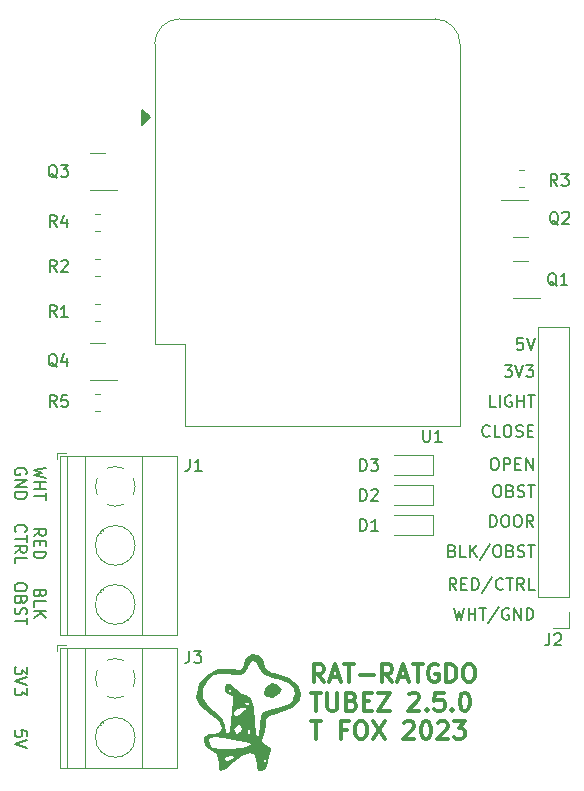
<source format=gto>
%TF.GenerationSoftware,KiCad,Pcbnew,7.0.8*%
%TF.CreationDate,2023-11-06T13:52:09-08:00*%
%TF.ProjectId,RatGDO-OpenSource-D1Mini-ESP8266,52617447-444f-42d4-9f70-656e536f7572,2.5.0*%
%TF.SameCoordinates,Original*%
%TF.FileFunction,Legend,Top*%
%TF.FilePolarity,Positive*%
%FSLAX46Y46*%
G04 Gerber Fmt 4.6, Leading zero omitted, Abs format (unit mm)*
G04 Created by KiCad (PCBNEW 7.0.8) date 2023-11-06 13:52:09*
%MOMM*%
%LPD*%
G01*
G04 APERTURE LIST*
%ADD10C,0.150000*%
%ADD11C,0.300000*%
%ADD12C,0.120000*%
G04 APERTURE END LIST*
D10*
X117208180Y-118427523D02*
X117208180Y-117951333D01*
X117208180Y-117951333D02*
X116731990Y-117903714D01*
X116731990Y-117903714D02*
X116779609Y-117951333D01*
X116779609Y-117951333D02*
X116827228Y-118046571D01*
X116827228Y-118046571D02*
X116827228Y-118284666D01*
X116827228Y-118284666D02*
X116779609Y-118379904D01*
X116779609Y-118379904D02*
X116731990Y-118427523D01*
X116731990Y-118427523D02*
X116636752Y-118475142D01*
X116636752Y-118475142D02*
X116398657Y-118475142D01*
X116398657Y-118475142D02*
X116303419Y-118427523D01*
X116303419Y-118427523D02*
X116255800Y-118379904D01*
X116255800Y-118379904D02*
X116208180Y-118284666D01*
X116208180Y-118284666D02*
X116208180Y-118046571D01*
X116208180Y-118046571D02*
X116255800Y-117951333D01*
X116255800Y-117951333D02*
X116303419Y-117903714D01*
X117208180Y-118760857D02*
X116208180Y-119094190D01*
X116208180Y-119094190D02*
X117208180Y-119427523D01*
X117208180Y-112553905D02*
X117208180Y-113172952D01*
X117208180Y-113172952D02*
X116827228Y-112839619D01*
X116827228Y-112839619D02*
X116827228Y-112982476D01*
X116827228Y-112982476D02*
X116779609Y-113077714D01*
X116779609Y-113077714D02*
X116731990Y-113125333D01*
X116731990Y-113125333D02*
X116636752Y-113172952D01*
X116636752Y-113172952D02*
X116398657Y-113172952D01*
X116398657Y-113172952D02*
X116303419Y-113125333D01*
X116303419Y-113125333D02*
X116255800Y-113077714D01*
X116255800Y-113077714D02*
X116208180Y-112982476D01*
X116208180Y-112982476D02*
X116208180Y-112696762D01*
X116208180Y-112696762D02*
X116255800Y-112601524D01*
X116255800Y-112601524D02*
X116303419Y-112553905D01*
X117208180Y-113458667D02*
X116208180Y-113792000D01*
X116208180Y-113792000D02*
X117208180Y-114125333D01*
X117208180Y-114363429D02*
X117208180Y-114982476D01*
X117208180Y-114982476D02*
X116827228Y-114649143D01*
X116827228Y-114649143D02*
X116827228Y-114792000D01*
X116827228Y-114792000D02*
X116779609Y-114887238D01*
X116779609Y-114887238D02*
X116731990Y-114934857D01*
X116731990Y-114934857D02*
X116636752Y-114982476D01*
X116636752Y-114982476D02*
X116398657Y-114982476D01*
X116398657Y-114982476D02*
X116303419Y-114934857D01*
X116303419Y-114934857D02*
X116255800Y-114887238D01*
X116255800Y-114887238D02*
X116208180Y-114792000D01*
X116208180Y-114792000D02*
X116208180Y-114506286D01*
X116208180Y-114506286D02*
X116255800Y-114411048D01*
X116255800Y-114411048D02*
X116303419Y-114363429D01*
X117818180Y-101465142D02*
X118294371Y-101131809D01*
X117818180Y-100893714D02*
X118818180Y-100893714D01*
X118818180Y-100893714D02*
X118818180Y-101274666D01*
X118818180Y-101274666D02*
X118770561Y-101369904D01*
X118770561Y-101369904D02*
X118722942Y-101417523D01*
X118722942Y-101417523D02*
X118627704Y-101465142D01*
X118627704Y-101465142D02*
X118484847Y-101465142D01*
X118484847Y-101465142D02*
X118389609Y-101417523D01*
X118389609Y-101417523D02*
X118341990Y-101369904D01*
X118341990Y-101369904D02*
X118294371Y-101274666D01*
X118294371Y-101274666D02*
X118294371Y-100893714D01*
X118341990Y-101893714D02*
X118341990Y-102227047D01*
X117818180Y-102369904D02*
X117818180Y-101893714D01*
X117818180Y-101893714D02*
X118818180Y-101893714D01*
X118818180Y-101893714D02*
X118818180Y-102369904D01*
X117818180Y-102798476D02*
X118818180Y-102798476D01*
X118818180Y-102798476D02*
X118818180Y-103036571D01*
X118818180Y-103036571D02*
X118770561Y-103179428D01*
X118770561Y-103179428D02*
X118675323Y-103274666D01*
X118675323Y-103274666D02*
X118580085Y-103322285D01*
X118580085Y-103322285D02*
X118389609Y-103369904D01*
X118389609Y-103369904D02*
X118246752Y-103369904D01*
X118246752Y-103369904D02*
X118056276Y-103322285D01*
X118056276Y-103322285D02*
X117961038Y-103274666D01*
X117961038Y-103274666D02*
X117865800Y-103179428D01*
X117865800Y-103179428D02*
X117818180Y-103036571D01*
X117818180Y-103036571D02*
X117818180Y-102798476D01*
X116303419Y-101131809D02*
X116255800Y-101084190D01*
X116255800Y-101084190D02*
X116208180Y-100941333D01*
X116208180Y-100941333D02*
X116208180Y-100846095D01*
X116208180Y-100846095D02*
X116255800Y-100703238D01*
X116255800Y-100703238D02*
X116351038Y-100608000D01*
X116351038Y-100608000D02*
X116446276Y-100560381D01*
X116446276Y-100560381D02*
X116636752Y-100512762D01*
X116636752Y-100512762D02*
X116779609Y-100512762D01*
X116779609Y-100512762D02*
X116970085Y-100560381D01*
X116970085Y-100560381D02*
X117065323Y-100608000D01*
X117065323Y-100608000D02*
X117160561Y-100703238D01*
X117160561Y-100703238D02*
X117208180Y-100846095D01*
X117208180Y-100846095D02*
X117208180Y-100941333D01*
X117208180Y-100941333D02*
X117160561Y-101084190D01*
X117160561Y-101084190D02*
X117112942Y-101131809D01*
X117208180Y-101417524D02*
X117208180Y-101988952D01*
X116208180Y-101703238D02*
X117208180Y-101703238D01*
X116208180Y-102893714D02*
X116684371Y-102560381D01*
X116208180Y-102322286D02*
X117208180Y-102322286D01*
X117208180Y-102322286D02*
X117208180Y-102703238D01*
X117208180Y-102703238D02*
X117160561Y-102798476D01*
X117160561Y-102798476D02*
X117112942Y-102846095D01*
X117112942Y-102846095D02*
X117017704Y-102893714D01*
X117017704Y-102893714D02*
X116874847Y-102893714D01*
X116874847Y-102893714D02*
X116779609Y-102846095D01*
X116779609Y-102846095D02*
X116731990Y-102798476D01*
X116731990Y-102798476D02*
X116684371Y-102703238D01*
X116684371Y-102703238D02*
X116684371Y-102322286D01*
X116208180Y-103798476D02*
X116208180Y-103322286D01*
X116208180Y-103322286D02*
X117208180Y-103322286D01*
X153594016Y-106041819D02*
X153260683Y-105565628D01*
X153022588Y-106041819D02*
X153022588Y-105041819D01*
X153022588Y-105041819D02*
X153403540Y-105041819D01*
X153403540Y-105041819D02*
X153498778Y-105089438D01*
X153498778Y-105089438D02*
X153546397Y-105137057D01*
X153546397Y-105137057D02*
X153594016Y-105232295D01*
X153594016Y-105232295D02*
X153594016Y-105375152D01*
X153594016Y-105375152D02*
X153546397Y-105470390D01*
X153546397Y-105470390D02*
X153498778Y-105518009D01*
X153498778Y-105518009D02*
X153403540Y-105565628D01*
X153403540Y-105565628D02*
X153022588Y-105565628D01*
X154022588Y-105518009D02*
X154355921Y-105518009D01*
X154498778Y-106041819D02*
X154022588Y-106041819D01*
X154022588Y-106041819D02*
X154022588Y-105041819D01*
X154022588Y-105041819D02*
X154498778Y-105041819D01*
X154927350Y-106041819D02*
X154927350Y-105041819D01*
X154927350Y-105041819D02*
X155165445Y-105041819D01*
X155165445Y-105041819D02*
X155308302Y-105089438D01*
X155308302Y-105089438D02*
X155403540Y-105184676D01*
X155403540Y-105184676D02*
X155451159Y-105279914D01*
X155451159Y-105279914D02*
X155498778Y-105470390D01*
X155498778Y-105470390D02*
X155498778Y-105613247D01*
X155498778Y-105613247D02*
X155451159Y-105803723D01*
X155451159Y-105803723D02*
X155403540Y-105898961D01*
X155403540Y-105898961D02*
X155308302Y-105994200D01*
X155308302Y-105994200D02*
X155165445Y-106041819D01*
X155165445Y-106041819D02*
X154927350Y-106041819D01*
X156641635Y-104994200D02*
X155784493Y-106279914D01*
X157546397Y-105946580D02*
X157498778Y-105994200D01*
X157498778Y-105994200D02*
X157355921Y-106041819D01*
X157355921Y-106041819D02*
X157260683Y-106041819D01*
X157260683Y-106041819D02*
X157117826Y-105994200D01*
X157117826Y-105994200D02*
X157022588Y-105898961D01*
X157022588Y-105898961D02*
X156974969Y-105803723D01*
X156974969Y-105803723D02*
X156927350Y-105613247D01*
X156927350Y-105613247D02*
X156927350Y-105470390D01*
X156927350Y-105470390D02*
X156974969Y-105279914D01*
X156974969Y-105279914D02*
X157022588Y-105184676D01*
X157022588Y-105184676D02*
X157117826Y-105089438D01*
X157117826Y-105089438D02*
X157260683Y-105041819D01*
X157260683Y-105041819D02*
X157355921Y-105041819D01*
X157355921Y-105041819D02*
X157498778Y-105089438D01*
X157498778Y-105089438D02*
X157546397Y-105137057D01*
X157832112Y-105041819D02*
X158403540Y-105041819D01*
X158117826Y-106041819D02*
X158117826Y-105041819D01*
X159308302Y-106041819D02*
X158974969Y-105565628D01*
X158736874Y-106041819D02*
X158736874Y-105041819D01*
X158736874Y-105041819D02*
X159117826Y-105041819D01*
X159117826Y-105041819D02*
X159213064Y-105089438D01*
X159213064Y-105089438D02*
X159260683Y-105137057D01*
X159260683Y-105137057D02*
X159308302Y-105232295D01*
X159308302Y-105232295D02*
X159308302Y-105375152D01*
X159308302Y-105375152D02*
X159260683Y-105470390D01*
X159260683Y-105470390D02*
X159213064Y-105518009D01*
X159213064Y-105518009D02*
X159117826Y-105565628D01*
X159117826Y-105565628D02*
X158736874Y-105565628D01*
X160213064Y-106041819D02*
X159736874Y-106041819D01*
X159736874Y-106041819D02*
X159736874Y-105041819D01*
D11*
X142381653Y-113842828D02*
X141881653Y-113128542D01*
X141524510Y-113842828D02*
X141524510Y-112342828D01*
X141524510Y-112342828D02*
X142095939Y-112342828D01*
X142095939Y-112342828D02*
X142238796Y-112414257D01*
X142238796Y-112414257D02*
X142310225Y-112485685D01*
X142310225Y-112485685D02*
X142381653Y-112628542D01*
X142381653Y-112628542D02*
X142381653Y-112842828D01*
X142381653Y-112842828D02*
X142310225Y-112985685D01*
X142310225Y-112985685D02*
X142238796Y-113057114D01*
X142238796Y-113057114D02*
X142095939Y-113128542D01*
X142095939Y-113128542D02*
X141524510Y-113128542D01*
X142953082Y-113414257D02*
X143667368Y-113414257D01*
X142810225Y-113842828D02*
X143310225Y-112342828D01*
X143310225Y-112342828D02*
X143810225Y-113842828D01*
X144095939Y-112342828D02*
X144953082Y-112342828D01*
X144524510Y-113842828D02*
X144524510Y-112342828D01*
X145453081Y-113271400D02*
X146595939Y-113271400D01*
X148167367Y-113842828D02*
X147667367Y-113128542D01*
X147310224Y-113842828D02*
X147310224Y-112342828D01*
X147310224Y-112342828D02*
X147881653Y-112342828D01*
X147881653Y-112342828D02*
X148024510Y-112414257D01*
X148024510Y-112414257D02*
X148095939Y-112485685D01*
X148095939Y-112485685D02*
X148167367Y-112628542D01*
X148167367Y-112628542D02*
X148167367Y-112842828D01*
X148167367Y-112842828D02*
X148095939Y-112985685D01*
X148095939Y-112985685D02*
X148024510Y-113057114D01*
X148024510Y-113057114D02*
X147881653Y-113128542D01*
X147881653Y-113128542D02*
X147310224Y-113128542D01*
X148738796Y-113414257D02*
X149453082Y-113414257D01*
X148595939Y-113842828D02*
X149095939Y-112342828D01*
X149095939Y-112342828D02*
X149595939Y-113842828D01*
X149881653Y-112342828D02*
X150738796Y-112342828D01*
X150310224Y-113842828D02*
X150310224Y-112342828D01*
X152024510Y-112414257D02*
X151881653Y-112342828D01*
X151881653Y-112342828D02*
X151667367Y-112342828D01*
X151667367Y-112342828D02*
X151453081Y-112414257D01*
X151453081Y-112414257D02*
X151310224Y-112557114D01*
X151310224Y-112557114D02*
X151238795Y-112699971D01*
X151238795Y-112699971D02*
X151167367Y-112985685D01*
X151167367Y-112985685D02*
X151167367Y-113199971D01*
X151167367Y-113199971D02*
X151238795Y-113485685D01*
X151238795Y-113485685D02*
X151310224Y-113628542D01*
X151310224Y-113628542D02*
X151453081Y-113771400D01*
X151453081Y-113771400D02*
X151667367Y-113842828D01*
X151667367Y-113842828D02*
X151810224Y-113842828D01*
X151810224Y-113842828D02*
X152024510Y-113771400D01*
X152024510Y-113771400D02*
X152095938Y-113699971D01*
X152095938Y-113699971D02*
X152095938Y-113199971D01*
X152095938Y-113199971D02*
X151810224Y-113199971D01*
X152738795Y-113842828D02*
X152738795Y-112342828D01*
X152738795Y-112342828D02*
X153095938Y-112342828D01*
X153095938Y-112342828D02*
X153310224Y-112414257D01*
X153310224Y-112414257D02*
X153453081Y-112557114D01*
X153453081Y-112557114D02*
X153524510Y-112699971D01*
X153524510Y-112699971D02*
X153595938Y-112985685D01*
X153595938Y-112985685D02*
X153595938Y-113199971D01*
X153595938Y-113199971D02*
X153524510Y-113485685D01*
X153524510Y-113485685D02*
X153453081Y-113628542D01*
X153453081Y-113628542D02*
X153310224Y-113771400D01*
X153310224Y-113771400D02*
X153095938Y-113842828D01*
X153095938Y-113842828D02*
X152738795Y-113842828D01*
X154524510Y-112342828D02*
X154810224Y-112342828D01*
X154810224Y-112342828D02*
X154953081Y-112414257D01*
X154953081Y-112414257D02*
X155095938Y-112557114D01*
X155095938Y-112557114D02*
X155167367Y-112842828D01*
X155167367Y-112842828D02*
X155167367Y-113342828D01*
X155167367Y-113342828D02*
X155095938Y-113628542D01*
X155095938Y-113628542D02*
X154953081Y-113771400D01*
X154953081Y-113771400D02*
X154810224Y-113842828D01*
X154810224Y-113842828D02*
X154524510Y-113842828D01*
X154524510Y-113842828D02*
X154381653Y-113771400D01*
X154381653Y-113771400D02*
X154238795Y-113628542D01*
X154238795Y-113628542D02*
X154167367Y-113342828D01*
X154167367Y-113342828D02*
X154167367Y-112842828D01*
X154167367Y-112842828D02*
X154238795Y-112557114D01*
X154238795Y-112557114D02*
X154381653Y-112414257D01*
X154381653Y-112414257D02*
X154524510Y-112342828D01*
X141310225Y-114757828D02*
X142167368Y-114757828D01*
X141738796Y-116257828D02*
X141738796Y-114757828D01*
X142667367Y-114757828D02*
X142667367Y-115972114D01*
X142667367Y-115972114D02*
X142738796Y-116114971D01*
X142738796Y-116114971D02*
X142810225Y-116186400D01*
X142810225Y-116186400D02*
X142953082Y-116257828D01*
X142953082Y-116257828D02*
X143238796Y-116257828D01*
X143238796Y-116257828D02*
X143381653Y-116186400D01*
X143381653Y-116186400D02*
X143453082Y-116114971D01*
X143453082Y-116114971D02*
X143524510Y-115972114D01*
X143524510Y-115972114D02*
X143524510Y-114757828D01*
X144738796Y-115472114D02*
X144953082Y-115543542D01*
X144953082Y-115543542D02*
X145024511Y-115614971D01*
X145024511Y-115614971D02*
X145095939Y-115757828D01*
X145095939Y-115757828D02*
X145095939Y-115972114D01*
X145095939Y-115972114D02*
X145024511Y-116114971D01*
X145024511Y-116114971D02*
X144953082Y-116186400D01*
X144953082Y-116186400D02*
X144810225Y-116257828D01*
X144810225Y-116257828D02*
X144238796Y-116257828D01*
X144238796Y-116257828D02*
X144238796Y-114757828D01*
X144238796Y-114757828D02*
X144738796Y-114757828D01*
X144738796Y-114757828D02*
X144881654Y-114829257D01*
X144881654Y-114829257D02*
X144953082Y-114900685D01*
X144953082Y-114900685D02*
X145024511Y-115043542D01*
X145024511Y-115043542D02*
X145024511Y-115186400D01*
X145024511Y-115186400D02*
X144953082Y-115329257D01*
X144953082Y-115329257D02*
X144881654Y-115400685D01*
X144881654Y-115400685D02*
X144738796Y-115472114D01*
X144738796Y-115472114D02*
X144238796Y-115472114D01*
X145738796Y-115472114D02*
X146238796Y-115472114D01*
X146453082Y-116257828D02*
X145738796Y-116257828D01*
X145738796Y-116257828D02*
X145738796Y-114757828D01*
X145738796Y-114757828D02*
X146453082Y-114757828D01*
X146953082Y-114757828D02*
X147953082Y-114757828D01*
X147953082Y-114757828D02*
X146953082Y-116257828D01*
X146953082Y-116257828D02*
X147953082Y-116257828D01*
X149595939Y-114900685D02*
X149667367Y-114829257D01*
X149667367Y-114829257D02*
X149810225Y-114757828D01*
X149810225Y-114757828D02*
X150167367Y-114757828D01*
X150167367Y-114757828D02*
X150310225Y-114829257D01*
X150310225Y-114829257D02*
X150381653Y-114900685D01*
X150381653Y-114900685D02*
X150453082Y-115043542D01*
X150453082Y-115043542D02*
X150453082Y-115186400D01*
X150453082Y-115186400D02*
X150381653Y-115400685D01*
X150381653Y-115400685D02*
X149524510Y-116257828D01*
X149524510Y-116257828D02*
X150453082Y-116257828D01*
X151095938Y-116114971D02*
X151167367Y-116186400D01*
X151167367Y-116186400D02*
X151095938Y-116257828D01*
X151095938Y-116257828D02*
X151024510Y-116186400D01*
X151024510Y-116186400D02*
X151095938Y-116114971D01*
X151095938Y-116114971D02*
X151095938Y-116257828D01*
X152524510Y-114757828D02*
X151810224Y-114757828D01*
X151810224Y-114757828D02*
X151738796Y-115472114D01*
X151738796Y-115472114D02*
X151810224Y-115400685D01*
X151810224Y-115400685D02*
X151953082Y-115329257D01*
X151953082Y-115329257D02*
X152310224Y-115329257D01*
X152310224Y-115329257D02*
X152453082Y-115400685D01*
X152453082Y-115400685D02*
X152524510Y-115472114D01*
X152524510Y-115472114D02*
X152595939Y-115614971D01*
X152595939Y-115614971D02*
X152595939Y-115972114D01*
X152595939Y-115972114D02*
X152524510Y-116114971D01*
X152524510Y-116114971D02*
X152453082Y-116186400D01*
X152453082Y-116186400D02*
X152310224Y-116257828D01*
X152310224Y-116257828D02*
X151953082Y-116257828D01*
X151953082Y-116257828D02*
X151810224Y-116186400D01*
X151810224Y-116186400D02*
X151738796Y-116114971D01*
X153238795Y-116114971D02*
X153310224Y-116186400D01*
X153310224Y-116186400D02*
X153238795Y-116257828D01*
X153238795Y-116257828D02*
X153167367Y-116186400D01*
X153167367Y-116186400D02*
X153238795Y-116114971D01*
X153238795Y-116114971D02*
X153238795Y-116257828D01*
X154238796Y-114757828D02*
X154381653Y-114757828D01*
X154381653Y-114757828D02*
X154524510Y-114829257D01*
X154524510Y-114829257D02*
X154595939Y-114900685D01*
X154595939Y-114900685D02*
X154667367Y-115043542D01*
X154667367Y-115043542D02*
X154738796Y-115329257D01*
X154738796Y-115329257D02*
X154738796Y-115686400D01*
X154738796Y-115686400D02*
X154667367Y-115972114D01*
X154667367Y-115972114D02*
X154595939Y-116114971D01*
X154595939Y-116114971D02*
X154524510Y-116186400D01*
X154524510Y-116186400D02*
X154381653Y-116257828D01*
X154381653Y-116257828D02*
X154238796Y-116257828D01*
X154238796Y-116257828D02*
X154095939Y-116186400D01*
X154095939Y-116186400D02*
X154024510Y-116114971D01*
X154024510Y-116114971D02*
X153953081Y-115972114D01*
X153953081Y-115972114D02*
X153881653Y-115686400D01*
X153881653Y-115686400D02*
X153881653Y-115329257D01*
X153881653Y-115329257D02*
X153953081Y-115043542D01*
X153953081Y-115043542D02*
X154024510Y-114900685D01*
X154024510Y-114900685D02*
X154095939Y-114829257D01*
X154095939Y-114829257D02*
X154238796Y-114757828D01*
X141310225Y-117172828D02*
X142167368Y-117172828D01*
X141738796Y-118672828D02*
X141738796Y-117172828D01*
X144310224Y-117887114D02*
X143810224Y-117887114D01*
X143810224Y-118672828D02*
X143810224Y-117172828D01*
X143810224Y-117172828D02*
X144524510Y-117172828D01*
X145381653Y-117172828D02*
X145667367Y-117172828D01*
X145667367Y-117172828D02*
X145810224Y-117244257D01*
X145810224Y-117244257D02*
X145953081Y-117387114D01*
X145953081Y-117387114D02*
X146024510Y-117672828D01*
X146024510Y-117672828D02*
X146024510Y-118172828D01*
X146024510Y-118172828D02*
X145953081Y-118458542D01*
X145953081Y-118458542D02*
X145810224Y-118601400D01*
X145810224Y-118601400D02*
X145667367Y-118672828D01*
X145667367Y-118672828D02*
X145381653Y-118672828D01*
X145381653Y-118672828D02*
X145238796Y-118601400D01*
X145238796Y-118601400D02*
X145095938Y-118458542D01*
X145095938Y-118458542D02*
X145024510Y-118172828D01*
X145024510Y-118172828D02*
X145024510Y-117672828D01*
X145024510Y-117672828D02*
X145095938Y-117387114D01*
X145095938Y-117387114D02*
X145238796Y-117244257D01*
X145238796Y-117244257D02*
X145381653Y-117172828D01*
X146524510Y-117172828D02*
X147524510Y-118672828D01*
X147524510Y-117172828D02*
X146524510Y-118672828D01*
X149167367Y-117315685D02*
X149238795Y-117244257D01*
X149238795Y-117244257D02*
X149381653Y-117172828D01*
X149381653Y-117172828D02*
X149738795Y-117172828D01*
X149738795Y-117172828D02*
X149881653Y-117244257D01*
X149881653Y-117244257D02*
X149953081Y-117315685D01*
X149953081Y-117315685D02*
X150024510Y-117458542D01*
X150024510Y-117458542D02*
X150024510Y-117601400D01*
X150024510Y-117601400D02*
X149953081Y-117815685D01*
X149953081Y-117815685D02*
X149095938Y-118672828D01*
X149095938Y-118672828D02*
X150024510Y-118672828D01*
X150953081Y-117172828D02*
X151095938Y-117172828D01*
X151095938Y-117172828D02*
X151238795Y-117244257D01*
X151238795Y-117244257D02*
X151310224Y-117315685D01*
X151310224Y-117315685D02*
X151381652Y-117458542D01*
X151381652Y-117458542D02*
X151453081Y-117744257D01*
X151453081Y-117744257D02*
X151453081Y-118101400D01*
X151453081Y-118101400D02*
X151381652Y-118387114D01*
X151381652Y-118387114D02*
X151310224Y-118529971D01*
X151310224Y-118529971D02*
X151238795Y-118601400D01*
X151238795Y-118601400D02*
X151095938Y-118672828D01*
X151095938Y-118672828D02*
X150953081Y-118672828D01*
X150953081Y-118672828D02*
X150810224Y-118601400D01*
X150810224Y-118601400D02*
X150738795Y-118529971D01*
X150738795Y-118529971D02*
X150667366Y-118387114D01*
X150667366Y-118387114D02*
X150595938Y-118101400D01*
X150595938Y-118101400D02*
X150595938Y-117744257D01*
X150595938Y-117744257D02*
X150667366Y-117458542D01*
X150667366Y-117458542D02*
X150738795Y-117315685D01*
X150738795Y-117315685D02*
X150810224Y-117244257D01*
X150810224Y-117244257D02*
X150953081Y-117172828D01*
X152024509Y-117315685D02*
X152095937Y-117244257D01*
X152095937Y-117244257D02*
X152238795Y-117172828D01*
X152238795Y-117172828D02*
X152595937Y-117172828D01*
X152595937Y-117172828D02*
X152738795Y-117244257D01*
X152738795Y-117244257D02*
X152810223Y-117315685D01*
X152810223Y-117315685D02*
X152881652Y-117458542D01*
X152881652Y-117458542D02*
X152881652Y-117601400D01*
X152881652Y-117601400D02*
X152810223Y-117815685D01*
X152810223Y-117815685D02*
X151953080Y-118672828D01*
X151953080Y-118672828D02*
X152881652Y-118672828D01*
X153381651Y-117172828D02*
X154310223Y-117172828D01*
X154310223Y-117172828D02*
X153810223Y-117744257D01*
X153810223Y-117744257D02*
X154024508Y-117744257D01*
X154024508Y-117744257D02*
X154167366Y-117815685D01*
X154167366Y-117815685D02*
X154238794Y-117887114D01*
X154238794Y-117887114D02*
X154310223Y-118029971D01*
X154310223Y-118029971D02*
X154310223Y-118387114D01*
X154310223Y-118387114D02*
X154238794Y-118529971D01*
X154238794Y-118529971D02*
X154167366Y-118601400D01*
X154167366Y-118601400D02*
X154024508Y-118672828D01*
X154024508Y-118672828D02*
X153595937Y-118672828D01*
X153595937Y-118672828D02*
X153453080Y-118601400D01*
X153453080Y-118601400D02*
X153381651Y-118529971D01*
D10*
X159213064Y-84721819D02*
X158736874Y-84721819D01*
X158736874Y-84721819D02*
X158689255Y-85198009D01*
X158689255Y-85198009D02*
X158736874Y-85150390D01*
X158736874Y-85150390D02*
X158832112Y-85102771D01*
X158832112Y-85102771D02*
X159070207Y-85102771D01*
X159070207Y-85102771D02*
X159165445Y-85150390D01*
X159165445Y-85150390D02*
X159213064Y-85198009D01*
X159213064Y-85198009D02*
X159260683Y-85293247D01*
X159260683Y-85293247D02*
X159260683Y-85531342D01*
X159260683Y-85531342D02*
X159213064Y-85626580D01*
X159213064Y-85626580D02*
X159165445Y-85674200D01*
X159165445Y-85674200D02*
X159070207Y-85721819D01*
X159070207Y-85721819D02*
X158832112Y-85721819D01*
X158832112Y-85721819D02*
X158736874Y-85674200D01*
X158736874Y-85674200D02*
X158689255Y-85626580D01*
X159546398Y-84721819D02*
X159879731Y-85721819D01*
X159879731Y-85721819D02*
X160213064Y-84721819D01*
X118818180Y-95694667D02*
X117818180Y-95932762D01*
X117818180Y-95932762D02*
X118532466Y-96123238D01*
X118532466Y-96123238D02*
X117818180Y-96313714D01*
X117818180Y-96313714D02*
X118818180Y-96551810D01*
X117818180Y-96932762D02*
X118818180Y-96932762D01*
X118341990Y-96932762D02*
X118341990Y-97504190D01*
X117818180Y-97504190D02*
X118818180Y-97504190D01*
X118818180Y-97837524D02*
X118818180Y-98408952D01*
X117818180Y-98123238D02*
X118818180Y-98123238D01*
X117160561Y-96266095D02*
X117208180Y-96170857D01*
X117208180Y-96170857D02*
X117208180Y-96028000D01*
X117208180Y-96028000D02*
X117160561Y-95885143D01*
X117160561Y-95885143D02*
X117065323Y-95789905D01*
X117065323Y-95789905D02*
X116970085Y-95742286D01*
X116970085Y-95742286D02*
X116779609Y-95694667D01*
X116779609Y-95694667D02*
X116636752Y-95694667D01*
X116636752Y-95694667D02*
X116446276Y-95742286D01*
X116446276Y-95742286D02*
X116351038Y-95789905D01*
X116351038Y-95789905D02*
X116255800Y-95885143D01*
X116255800Y-95885143D02*
X116208180Y-96028000D01*
X116208180Y-96028000D02*
X116208180Y-96123238D01*
X116208180Y-96123238D02*
X116255800Y-96266095D01*
X116255800Y-96266095D02*
X116303419Y-96313714D01*
X116303419Y-96313714D02*
X116636752Y-96313714D01*
X116636752Y-96313714D02*
X116636752Y-96123238D01*
X116208180Y-96742286D02*
X117208180Y-96742286D01*
X117208180Y-96742286D02*
X116208180Y-97313714D01*
X116208180Y-97313714D02*
X117208180Y-97313714D01*
X116208180Y-97789905D02*
X117208180Y-97789905D01*
X117208180Y-97789905D02*
X117208180Y-98028000D01*
X117208180Y-98028000D02*
X117160561Y-98170857D01*
X117160561Y-98170857D02*
X117065323Y-98266095D01*
X117065323Y-98266095D02*
X116970085Y-98313714D01*
X116970085Y-98313714D02*
X116779609Y-98361333D01*
X116779609Y-98361333D02*
X116636752Y-98361333D01*
X116636752Y-98361333D02*
X116446276Y-98313714D01*
X116446276Y-98313714D02*
X116351038Y-98266095D01*
X116351038Y-98266095D02*
X116255800Y-98170857D01*
X116255800Y-98170857D02*
X116208180Y-98028000D01*
X116208180Y-98028000D02*
X116208180Y-97789905D01*
X156927350Y-90547819D02*
X156451160Y-90547819D01*
X156451160Y-90547819D02*
X156451160Y-89547819D01*
X157260684Y-90547819D02*
X157260684Y-89547819D01*
X158260683Y-89595438D02*
X158165445Y-89547819D01*
X158165445Y-89547819D02*
X158022588Y-89547819D01*
X158022588Y-89547819D02*
X157879731Y-89595438D01*
X157879731Y-89595438D02*
X157784493Y-89690676D01*
X157784493Y-89690676D02*
X157736874Y-89785914D01*
X157736874Y-89785914D02*
X157689255Y-89976390D01*
X157689255Y-89976390D02*
X157689255Y-90119247D01*
X157689255Y-90119247D02*
X157736874Y-90309723D01*
X157736874Y-90309723D02*
X157784493Y-90404961D01*
X157784493Y-90404961D02*
X157879731Y-90500200D01*
X157879731Y-90500200D02*
X158022588Y-90547819D01*
X158022588Y-90547819D02*
X158117826Y-90547819D01*
X158117826Y-90547819D02*
X158260683Y-90500200D01*
X158260683Y-90500200D02*
X158308302Y-90452580D01*
X158308302Y-90452580D02*
X158308302Y-90119247D01*
X158308302Y-90119247D02*
X158117826Y-90119247D01*
X158736874Y-90547819D02*
X158736874Y-89547819D01*
X158736874Y-90024009D02*
X159308302Y-90024009D01*
X159308302Y-90547819D02*
X159308302Y-89547819D01*
X159641636Y-89547819D02*
X160213064Y-89547819D01*
X159927350Y-90547819D02*
X159927350Y-89547819D01*
X156451160Y-100707819D02*
X156451160Y-99707819D01*
X156451160Y-99707819D02*
X156689255Y-99707819D01*
X156689255Y-99707819D02*
X156832112Y-99755438D01*
X156832112Y-99755438D02*
X156927350Y-99850676D01*
X156927350Y-99850676D02*
X156974969Y-99945914D01*
X156974969Y-99945914D02*
X157022588Y-100136390D01*
X157022588Y-100136390D02*
X157022588Y-100279247D01*
X157022588Y-100279247D02*
X156974969Y-100469723D01*
X156974969Y-100469723D02*
X156927350Y-100564961D01*
X156927350Y-100564961D02*
X156832112Y-100660200D01*
X156832112Y-100660200D02*
X156689255Y-100707819D01*
X156689255Y-100707819D02*
X156451160Y-100707819D01*
X157641636Y-99707819D02*
X157832112Y-99707819D01*
X157832112Y-99707819D02*
X157927350Y-99755438D01*
X157927350Y-99755438D02*
X158022588Y-99850676D01*
X158022588Y-99850676D02*
X158070207Y-100041152D01*
X158070207Y-100041152D02*
X158070207Y-100374485D01*
X158070207Y-100374485D02*
X158022588Y-100564961D01*
X158022588Y-100564961D02*
X157927350Y-100660200D01*
X157927350Y-100660200D02*
X157832112Y-100707819D01*
X157832112Y-100707819D02*
X157641636Y-100707819D01*
X157641636Y-100707819D02*
X157546398Y-100660200D01*
X157546398Y-100660200D02*
X157451160Y-100564961D01*
X157451160Y-100564961D02*
X157403541Y-100374485D01*
X157403541Y-100374485D02*
X157403541Y-100041152D01*
X157403541Y-100041152D02*
X157451160Y-99850676D01*
X157451160Y-99850676D02*
X157546398Y-99755438D01*
X157546398Y-99755438D02*
X157641636Y-99707819D01*
X158689255Y-99707819D02*
X158879731Y-99707819D01*
X158879731Y-99707819D02*
X158974969Y-99755438D01*
X158974969Y-99755438D02*
X159070207Y-99850676D01*
X159070207Y-99850676D02*
X159117826Y-100041152D01*
X159117826Y-100041152D02*
X159117826Y-100374485D01*
X159117826Y-100374485D02*
X159070207Y-100564961D01*
X159070207Y-100564961D02*
X158974969Y-100660200D01*
X158974969Y-100660200D02*
X158879731Y-100707819D01*
X158879731Y-100707819D02*
X158689255Y-100707819D01*
X158689255Y-100707819D02*
X158594017Y-100660200D01*
X158594017Y-100660200D02*
X158498779Y-100564961D01*
X158498779Y-100564961D02*
X158451160Y-100374485D01*
X158451160Y-100374485D02*
X158451160Y-100041152D01*
X158451160Y-100041152D02*
X158498779Y-99850676D01*
X158498779Y-99850676D02*
X158594017Y-99755438D01*
X158594017Y-99755438D02*
X158689255Y-99707819D01*
X160117826Y-100707819D02*
X159784493Y-100231628D01*
X159546398Y-100707819D02*
X159546398Y-99707819D01*
X159546398Y-99707819D02*
X159927350Y-99707819D01*
X159927350Y-99707819D02*
X160022588Y-99755438D01*
X160022588Y-99755438D02*
X160070207Y-99803057D01*
X160070207Y-99803057D02*
X160117826Y-99898295D01*
X160117826Y-99898295D02*
X160117826Y-100041152D01*
X160117826Y-100041152D02*
X160070207Y-100136390D01*
X160070207Y-100136390D02*
X160022588Y-100184009D01*
X160022588Y-100184009D02*
X159927350Y-100231628D01*
X159927350Y-100231628D02*
X159546398Y-100231628D01*
X153403541Y-107581819D02*
X153641636Y-108581819D01*
X153641636Y-108581819D02*
X153832112Y-107867533D01*
X153832112Y-107867533D02*
X154022588Y-108581819D01*
X154022588Y-108581819D02*
X154260684Y-107581819D01*
X154641636Y-108581819D02*
X154641636Y-107581819D01*
X154641636Y-108058009D02*
X155213064Y-108058009D01*
X155213064Y-108581819D02*
X155213064Y-107581819D01*
X155546398Y-107581819D02*
X156117826Y-107581819D01*
X155832112Y-108581819D02*
X155832112Y-107581819D01*
X157165445Y-107534200D02*
X156308303Y-108819914D01*
X158022588Y-107629438D02*
X157927350Y-107581819D01*
X157927350Y-107581819D02*
X157784493Y-107581819D01*
X157784493Y-107581819D02*
X157641636Y-107629438D01*
X157641636Y-107629438D02*
X157546398Y-107724676D01*
X157546398Y-107724676D02*
X157498779Y-107819914D01*
X157498779Y-107819914D02*
X157451160Y-108010390D01*
X157451160Y-108010390D02*
X157451160Y-108153247D01*
X157451160Y-108153247D02*
X157498779Y-108343723D01*
X157498779Y-108343723D02*
X157546398Y-108438961D01*
X157546398Y-108438961D02*
X157641636Y-108534200D01*
X157641636Y-108534200D02*
X157784493Y-108581819D01*
X157784493Y-108581819D02*
X157879731Y-108581819D01*
X157879731Y-108581819D02*
X158022588Y-108534200D01*
X158022588Y-108534200D02*
X158070207Y-108486580D01*
X158070207Y-108486580D02*
X158070207Y-108153247D01*
X158070207Y-108153247D02*
X157879731Y-108153247D01*
X158498779Y-108581819D02*
X158498779Y-107581819D01*
X158498779Y-107581819D02*
X159070207Y-108581819D01*
X159070207Y-108581819D02*
X159070207Y-107581819D01*
X159546398Y-108581819D02*
X159546398Y-107581819D01*
X159546398Y-107581819D02*
X159784493Y-107581819D01*
X159784493Y-107581819D02*
X159927350Y-107629438D01*
X159927350Y-107629438D02*
X160022588Y-107724676D01*
X160022588Y-107724676D02*
X160070207Y-107819914D01*
X160070207Y-107819914D02*
X160117826Y-108010390D01*
X160117826Y-108010390D02*
X160117826Y-108153247D01*
X160117826Y-108153247D02*
X160070207Y-108343723D01*
X160070207Y-108343723D02*
X160022588Y-108438961D01*
X160022588Y-108438961D02*
X159927350Y-108534200D01*
X159927350Y-108534200D02*
X159784493Y-108581819D01*
X159784493Y-108581819D02*
X159546398Y-108581819D01*
X157689255Y-87007819D02*
X158308302Y-87007819D01*
X158308302Y-87007819D02*
X157974969Y-87388771D01*
X157974969Y-87388771D02*
X158117826Y-87388771D01*
X158117826Y-87388771D02*
X158213064Y-87436390D01*
X158213064Y-87436390D02*
X158260683Y-87484009D01*
X158260683Y-87484009D02*
X158308302Y-87579247D01*
X158308302Y-87579247D02*
X158308302Y-87817342D01*
X158308302Y-87817342D02*
X158260683Y-87912580D01*
X158260683Y-87912580D02*
X158213064Y-87960200D01*
X158213064Y-87960200D02*
X158117826Y-88007819D01*
X158117826Y-88007819D02*
X157832112Y-88007819D01*
X157832112Y-88007819D02*
X157736874Y-87960200D01*
X157736874Y-87960200D02*
X157689255Y-87912580D01*
X158594017Y-87007819D02*
X158927350Y-88007819D01*
X158927350Y-88007819D02*
X159260683Y-87007819D01*
X159498779Y-87007819D02*
X160117826Y-87007819D01*
X160117826Y-87007819D02*
X159784493Y-87388771D01*
X159784493Y-87388771D02*
X159927350Y-87388771D01*
X159927350Y-87388771D02*
X160022588Y-87436390D01*
X160022588Y-87436390D02*
X160070207Y-87484009D01*
X160070207Y-87484009D02*
X160117826Y-87579247D01*
X160117826Y-87579247D02*
X160117826Y-87817342D01*
X160117826Y-87817342D02*
X160070207Y-87912580D01*
X160070207Y-87912580D02*
X160022588Y-87960200D01*
X160022588Y-87960200D02*
X159927350Y-88007819D01*
X159927350Y-88007819D02*
X159641636Y-88007819D01*
X159641636Y-88007819D02*
X159546398Y-87960200D01*
X159546398Y-87960200D02*
X159498779Y-87912580D01*
X156736874Y-94881819D02*
X156927350Y-94881819D01*
X156927350Y-94881819D02*
X157022588Y-94929438D01*
X157022588Y-94929438D02*
X157117826Y-95024676D01*
X157117826Y-95024676D02*
X157165445Y-95215152D01*
X157165445Y-95215152D02*
X157165445Y-95548485D01*
X157165445Y-95548485D02*
X157117826Y-95738961D01*
X157117826Y-95738961D02*
X157022588Y-95834200D01*
X157022588Y-95834200D02*
X156927350Y-95881819D01*
X156927350Y-95881819D02*
X156736874Y-95881819D01*
X156736874Y-95881819D02*
X156641636Y-95834200D01*
X156641636Y-95834200D02*
X156546398Y-95738961D01*
X156546398Y-95738961D02*
X156498779Y-95548485D01*
X156498779Y-95548485D02*
X156498779Y-95215152D01*
X156498779Y-95215152D02*
X156546398Y-95024676D01*
X156546398Y-95024676D02*
X156641636Y-94929438D01*
X156641636Y-94929438D02*
X156736874Y-94881819D01*
X157594017Y-95881819D02*
X157594017Y-94881819D01*
X157594017Y-94881819D02*
X157974969Y-94881819D01*
X157974969Y-94881819D02*
X158070207Y-94929438D01*
X158070207Y-94929438D02*
X158117826Y-94977057D01*
X158117826Y-94977057D02*
X158165445Y-95072295D01*
X158165445Y-95072295D02*
X158165445Y-95215152D01*
X158165445Y-95215152D02*
X158117826Y-95310390D01*
X158117826Y-95310390D02*
X158070207Y-95358009D01*
X158070207Y-95358009D02*
X157974969Y-95405628D01*
X157974969Y-95405628D02*
X157594017Y-95405628D01*
X158594017Y-95358009D02*
X158927350Y-95358009D01*
X159070207Y-95881819D02*
X158594017Y-95881819D01*
X158594017Y-95881819D02*
X158594017Y-94881819D01*
X158594017Y-94881819D02*
X159070207Y-94881819D01*
X159498779Y-95881819D02*
X159498779Y-94881819D01*
X159498779Y-94881819D02*
X160070207Y-95881819D01*
X160070207Y-95881819D02*
X160070207Y-94881819D01*
X153260683Y-102724009D02*
X153403540Y-102771628D01*
X153403540Y-102771628D02*
X153451159Y-102819247D01*
X153451159Y-102819247D02*
X153498778Y-102914485D01*
X153498778Y-102914485D02*
X153498778Y-103057342D01*
X153498778Y-103057342D02*
X153451159Y-103152580D01*
X153451159Y-103152580D02*
X153403540Y-103200200D01*
X153403540Y-103200200D02*
X153308302Y-103247819D01*
X153308302Y-103247819D02*
X152927350Y-103247819D01*
X152927350Y-103247819D02*
X152927350Y-102247819D01*
X152927350Y-102247819D02*
X153260683Y-102247819D01*
X153260683Y-102247819D02*
X153355921Y-102295438D01*
X153355921Y-102295438D02*
X153403540Y-102343057D01*
X153403540Y-102343057D02*
X153451159Y-102438295D01*
X153451159Y-102438295D02*
X153451159Y-102533533D01*
X153451159Y-102533533D02*
X153403540Y-102628771D01*
X153403540Y-102628771D02*
X153355921Y-102676390D01*
X153355921Y-102676390D02*
X153260683Y-102724009D01*
X153260683Y-102724009D02*
X152927350Y-102724009D01*
X154403540Y-103247819D02*
X153927350Y-103247819D01*
X153927350Y-103247819D02*
X153927350Y-102247819D01*
X154736874Y-103247819D02*
X154736874Y-102247819D01*
X155308302Y-103247819D02*
X154879731Y-102676390D01*
X155308302Y-102247819D02*
X154736874Y-102819247D01*
X156451159Y-102200200D02*
X155594017Y-103485914D01*
X156974969Y-102247819D02*
X157165445Y-102247819D01*
X157165445Y-102247819D02*
X157260683Y-102295438D01*
X157260683Y-102295438D02*
X157355921Y-102390676D01*
X157355921Y-102390676D02*
X157403540Y-102581152D01*
X157403540Y-102581152D02*
X157403540Y-102914485D01*
X157403540Y-102914485D02*
X157355921Y-103104961D01*
X157355921Y-103104961D02*
X157260683Y-103200200D01*
X157260683Y-103200200D02*
X157165445Y-103247819D01*
X157165445Y-103247819D02*
X156974969Y-103247819D01*
X156974969Y-103247819D02*
X156879731Y-103200200D01*
X156879731Y-103200200D02*
X156784493Y-103104961D01*
X156784493Y-103104961D02*
X156736874Y-102914485D01*
X156736874Y-102914485D02*
X156736874Y-102581152D01*
X156736874Y-102581152D02*
X156784493Y-102390676D01*
X156784493Y-102390676D02*
X156879731Y-102295438D01*
X156879731Y-102295438D02*
X156974969Y-102247819D01*
X158165445Y-102724009D02*
X158308302Y-102771628D01*
X158308302Y-102771628D02*
X158355921Y-102819247D01*
X158355921Y-102819247D02*
X158403540Y-102914485D01*
X158403540Y-102914485D02*
X158403540Y-103057342D01*
X158403540Y-103057342D02*
X158355921Y-103152580D01*
X158355921Y-103152580D02*
X158308302Y-103200200D01*
X158308302Y-103200200D02*
X158213064Y-103247819D01*
X158213064Y-103247819D02*
X157832112Y-103247819D01*
X157832112Y-103247819D02*
X157832112Y-102247819D01*
X157832112Y-102247819D02*
X158165445Y-102247819D01*
X158165445Y-102247819D02*
X158260683Y-102295438D01*
X158260683Y-102295438D02*
X158308302Y-102343057D01*
X158308302Y-102343057D02*
X158355921Y-102438295D01*
X158355921Y-102438295D02*
X158355921Y-102533533D01*
X158355921Y-102533533D02*
X158308302Y-102628771D01*
X158308302Y-102628771D02*
X158260683Y-102676390D01*
X158260683Y-102676390D02*
X158165445Y-102724009D01*
X158165445Y-102724009D02*
X157832112Y-102724009D01*
X158784493Y-103200200D02*
X158927350Y-103247819D01*
X158927350Y-103247819D02*
X159165445Y-103247819D01*
X159165445Y-103247819D02*
X159260683Y-103200200D01*
X159260683Y-103200200D02*
X159308302Y-103152580D01*
X159308302Y-103152580D02*
X159355921Y-103057342D01*
X159355921Y-103057342D02*
X159355921Y-102962104D01*
X159355921Y-102962104D02*
X159308302Y-102866866D01*
X159308302Y-102866866D02*
X159260683Y-102819247D01*
X159260683Y-102819247D02*
X159165445Y-102771628D01*
X159165445Y-102771628D02*
X158974969Y-102724009D01*
X158974969Y-102724009D02*
X158879731Y-102676390D01*
X158879731Y-102676390D02*
X158832112Y-102628771D01*
X158832112Y-102628771D02*
X158784493Y-102533533D01*
X158784493Y-102533533D02*
X158784493Y-102438295D01*
X158784493Y-102438295D02*
X158832112Y-102343057D01*
X158832112Y-102343057D02*
X158879731Y-102295438D01*
X158879731Y-102295438D02*
X158974969Y-102247819D01*
X158974969Y-102247819D02*
X159213064Y-102247819D01*
X159213064Y-102247819D02*
X159355921Y-102295438D01*
X159641636Y-102247819D02*
X160213064Y-102247819D01*
X159927350Y-103247819D02*
X159927350Y-102247819D01*
X118341990Y-106354666D02*
X118294371Y-106497523D01*
X118294371Y-106497523D02*
X118246752Y-106545142D01*
X118246752Y-106545142D02*
X118151514Y-106592761D01*
X118151514Y-106592761D02*
X118008657Y-106592761D01*
X118008657Y-106592761D02*
X117913419Y-106545142D01*
X117913419Y-106545142D02*
X117865800Y-106497523D01*
X117865800Y-106497523D02*
X117818180Y-106402285D01*
X117818180Y-106402285D02*
X117818180Y-106021333D01*
X117818180Y-106021333D02*
X118818180Y-106021333D01*
X118818180Y-106021333D02*
X118818180Y-106354666D01*
X118818180Y-106354666D02*
X118770561Y-106449904D01*
X118770561Y-106449904D02*
X118722942Y-106497523D01*
X118722942Y-106497523D02*
X118627704Y-106545142D01*
X118627704Y-106545142D02*
X118532466Y-106545142D01*
X118532466Y-106545142D02*
X118437228Y-106497523D01*
X118437228Y-106497523D02*
X118389609Y-106449904D01*
X118389609Y-106449904D02*
X118341990Y-106354666D01*
X118341990Y-106354666D02*
X118341990Y-106021333D01*
X117818180Y-107497523D02*
X117818180Y-107021333D01*
X117818180Y-107021333D02*
X118818180Y-107021333D01*
X117818180Y-107830857D02*
X118818180Y-107830857D01*
X117818180Y-108402285D02*
X118389609Y-107973714D01*
X118818180Y-108402285D02*
X118246752Y-107830857D01*
X117208180Y-105735619D02*
X117208180Y-105926095D01*
X117208180Y-105926095D02*
X117160561Y-106021333D01*
X117160561Y-106021333D02*
X117065323Y-106116571D01*
X117065323Y-106116571D02*
X116874847Y-106164190D01*
X116874847Y-106164190D02*
X116541514Y-106164190D01*
X116541514Y-106164190D02*
X116351038Y-106116571D01*
X116351038Y-106116571D02*
X116255800Y-106021333D01*
X116255800Y-106021333D02*
X116208180Y-105926095D01*
X116208180Y-105926095D02*
X116208180Y-105735619D01*
X116208180Y-105735619D02*
X116255800Y-105640381D01*
X116255800Y-105640381D02*
X116351038Y-105545143D01*
X116351038Y-105545143D02*
X116541514Y-105497524D01*
X116541514Y-105497524D02*
X116874847Y-105497524D01*
X116874847Y-105497524D02*
X117065323Y-105545143D01*
X117065323Y-105545143D02*
X117160561Y-105640381D01*
X117160561Y-105640381D02*
X117208180Y-105735619D01*
X116731990Y-106926095D02*
X116684371Y-107068952D01*
X116684371Y-107068952D02*
X116636752Y-107116571D01*
X116636752Y-107116571D02*
X116541514Y-107164190D01*
X116541514Y-107164190D02*
X116398657Y-107164190D01*
X116398657Y-107164190D02*
X116303419Y-107116571D01*
X116303419Y-107116571D02*
X116255800Y-107068952D01*
X116255800Y-107068952D02*
X116208180Y-106973714D01*
X116208180Y-106973714D02*
X116208180Y-106592762D01*
X116208180Y-106592762D02*
X117208180Y-106592762D01*
X117208180Y-106592762D02*
X117208180Y-106926095D01*
X117208180Y-106926095D02*
X117160561Y-107021333D01*
X117160561Y-107021333D02*
X117112942Y-107068952D01*
X117112942Y-107068952D02*
X117017704Y-107116571D01*
X117017704Y-107116571D02*
X116922466Y-107116571D01*
X116922466Y-107116571D02*
X116827228Y-107068952D01*
X116827228Y-107068952D02*
X116779609Y-107021333D01*
X116779609Y-107021333D02*
X116731990Y-106926095D01*
X116731990Y-106926095D02*
X116731990Y-106592762D01*
X116255800Y-107545143D02*
X116208180Y-107688000D01*
X116208180Y-107688000D02*
X116208180Y-107926095D01*
X116208180Y-107926095D02*
X116255800Y-108021333D01*
X116255800Y-108021333D02*
X116303419Y-108068952D01*
X116303419Y-108068952D02*
X116398657Y-108116571D01*
X116398657Y-108116571D02*
X116493895Y-108116571D01*
X116493895Y-108116571D02*
X116589133Y-108068952D01*
X116589133Y-108068952D02*
X116636752Y-108021333D01*
X116636752Y-108021333D02*
X116684371Y-107926095D01*
X116684371Y-107926095D02*
X116731990Y-107735619D01*
X116731990Y-107735619D02*
X116779609Y-107640381D01*
X116779609Y-107640381D02*
X116827228Y-107592762D01*
X116827228Y-107592762D02*
X116922466Y-107545143D01*
X116922466Y-107545143D02*
X117017704Y-107545143D01*
X117017704Y-107545143D02*
X117112942Y-107592762D01*
X117112942Y-107592762D02*
X117160561Y-107640381D01*
X117160561Y-107640381D02*
X117208180Y-107735619D01*
X117208180Y-107735619D02*
X117208180Y-107973714D01*
X117208180Y-107973714D02*
X117160561Y-108116571D01*
X117208180Y-108402286D02*
X117208180Y-108973714D01*
X116208180Y-108688000D02*
X117208180Y-108688000D01*
X156974969Y-97167819D02*
X157165445Y-97167819D01*
X157165445Y-97167819D02*
X157260683Y-97215438D01*
X157260683Y-97215438D02*
X157355921Y-97310676D01*
X157355921Y-97310676D02*
X157403540Y-97501152D01*
X157403540Y-97501152D02*
X157403540Y-97834485D01*
X157403540Y-97834485D02*
X157355921Y-98024961D01*
X157355921Y-98024961D02*
X157260683Y-98120200D01*
X157260683Y-98120200D02*
X157165445Y-98167819D01*
X157165445Y-98167819D02*
X156974969Y-98167819D01*
X156974969Y-98167819D02*
X156879731Y-98120200D01*
X156879731Y-98120200D02*
X156784493Y-98024961D01*
X156784493Y-98024961D02*
X156736874Y-97834485D01*
X156736874Y-97834485D02*
X156736874Y-97501152D01*
X156736874Y-97501152D02*
X156784493Y-97310676D01*
X156784493Y-97310676D02*
X156879731Y-97215438D01*
X156879731Y-97215438D02*
X156974969Y-97167819D01*
X158165445Y-97644009D02*
X158308302Y-97691628D01*
X158308302Y-97691628D02*
X158355921Y-97739247D01*
X158355921Y-97739247D02*
X158403540Y-97834485D01*
X158403540Y-97834485D02*
X158403540Y-97977342D01*
X158403540Y-97977342D02*
X158355921Y-98072580D01*
X158355921Y-98072580D02*
X158308302Y-98120200D01*
X158308302Y-98120200D02*
X158213064Y-98167819D01*
X158213064Y-98167819D02*
X157832112Y-98167819D01*
X157832112Y-98167819D02*
X157832112Y-97167819D01*
X157832112Y-97167819D02*
X158165445Y-97167819D01*
X158165445Y-97167819D02*
X158260683Y-97215438D01*
X158260683Y-97215438D02*
X158308302Y-97263057D01*
X158308302Y-97263057D02*
X158355921Y-97358295D01*
X158355921Y-97358295D02*
X158355921Y-97453533D01*
X158355921Y-97453533D02*
X158308302Y-97548771D01*
X158308302Y-97548771D02*
X158260683Y-97596390D01*
X158260683Y-97596390D02*
X158165445Y-97644009D01*
X158165445Y-97644009D02*
X157832112Y-97644009D01*
X158784493Y-98120200D02*
X158927350Y-98167819D01*
X158927350Y-98167819D02*
X159165445Y-98167819D01*
X159165445Y-98167819D02*
X159260683Y-98120200D01*
X159260683Y-98120200D02*
X159308302Y-98072580D01*
X159308302Y-98072580D02*
X159355921Y-97977342D01*
X159355921Y-97977342D02*
X159355921Y-97882104D01*
X159355921Y-97882104D02*
X159308302Y-97786866D01*
X159308302Y-97786866D02*
X159260683Y-97739247D01*
X159260683Y-97739247D02*
X159165445Y-97691628D01*
X159165445Y-97691628D02*
X158974969Y-97644009D01*
X158974969Y-97644009D02*
X158879731Y-97596390D01*
X158879731Y-97596390D02*
X158832112Y-97548771D01*
X158832112Y-97548771D02*
X158784493Y-97453533D01*
X158784493Y-97453533D02*
X158784493Y-97358295D01*
X158784493Y-97358295D02*
X158832112Y-97263057D01*
X158832112Y-97263057D02*
X158879731Y-97215438D01*
X158879731Y-97215438D02*
X158974969Y-97167819D01*
X158974969Y-97167819D02*
X159213064Y-97167819D01*
X159213064Y-97167819D02*
X159355921Y-97215438D01*
X159641636Y-97167819D02*
X160213064Y-97167819D01*
X159927350Y-98167819D02*
X159927350Y-97167819D01*
X156403540Y-92992580D02*
X156355921Y-93040200D01*
X156355921Y-93040200D02*
X156213064Y-93087819D01*
X156213064Y-93087819D02*
X156117826Y-93087819D01*
X156117826Y-93087819D02*
X155974969Y-93040200D01*
X155974969Y-93040200D02*
X155879731Y-92944961D01*
X155879731Y-92944961D02*
X155832112Y-92849723D01*
X155832112Y-92849723D02*
X155784493Y-92659247D01*
X155784493Y-92659247D02*
X155784493Y-92516390D01*
X155784493Y-92516390D02*
X155832112Y-92325914D01*
X155832112Y-92325914D02*
X155879731Y-92230676D01*
X155879731Y-92230676D02*
X155974969Y-92135438D01*
X155974969Y-92135438D02*
X156117826Y-92087819D01*
X156117826Y-92087819D02*
X156213064Y-92087819D01*
X156213064Y-92087819D02*
X156355921Y-92135438D01*
X156355921Y-92135438D02*
X156403540Y-92183057D01*
X157308302Y-93087819D02*
X156832112Y-93087819D01*
X156832112Y-93087819D02*
X156832112Y-92087819D01*
X157832112Y-92087819D02*
X158022588Y-92087819D01*
X158022588Y-92087819D02*
X158117826Y-92135438D01*
X158117826Y-92135438D02*
X158213064Y-92230676D01*
X158213064Y-92230676D02*
X158260683Y-92421152D01*
X158260683Y-92421152D02*
X158260683Y-92754485D01*
X158260683Y-92754485D02*
X158213064Y-92944961D01*
X158213064Y-92944961D02*
X158117826Y-93040200D01*
X158117826Y-93040200D02*
X158022588Y-93087819D01*
X158022588Y-93087819D02*
X157832112Y-93087819D01*
X157832112Y-93087819D02*
X157736874Y-93040200D01*
X157736874Y-93040200D02*
X157641636Y-92944961D01*
X157641636Y-92944961D02*
X157594017Y-92754485D01*
X157594017Y-92754485D02*
X157594017Y-92421152D01*
X157594017Y-92421152D02*
X157641636Y-92230676D01*
X157641636Y-92230676D02*
X157736874Y-92135438D01*
X157736874Y-92135438D02*
X157832112Y-92087819D01*
X158641636Y-93040200D02*
X158784493Y-93087819D01*
X158784493Y-93087819D02*
X159022588Y-93087819D01*
X159022588Y-93087819D02*
X159117826Y-93040200D01*
X159117826Y-93040200D02*
X159165445Y-92992580D01*
X159165445Y-92992580D02*
X159213064Y-92897342D01*
X159213064Y-92897342D02*
X159213064Y-92802104D01*
X159213064Y-92802104D02*
X159165445Y-92706866D01*
X159165445Y-92706866D02*
X159117826Y-92659247D01*
X159117826Y-92659247D02*
X159022588Y-92611628D01*
X159022588Y-92611628D02*
X158832112Y-92564009D01*
X158832112Y-92564009D02*
X158736874Y-92516390D01*
X158736874Y-92516390D02*
X158689255Y-92468771D01*
X158689255Y-92468771D02*
X158641636Y-92373533D01*
X158641636Y-92373533D02*
X158641636Y-92278295D01*
X158641636Y-92278295D02*
X158689255Y-92183057D01*
X158689255Y-92183057D02*
X158736874Y-92135438D01*
X158736874Y-92135438D02*
X158832112Y-92087819D01*
X158832112Y-92087819D02*
X159070207Y-92087819D01*
X159070207Y-92087819D02*
X159213064Y-92135438D01*
X159641636Y-92564009D02*
X159974969Y-92564009D01*
X160117826Y-93087819D02*
X159641636Y-93087819D01*
X159641636Y-93087819D02*
X159641636Y-92087819D01*
X159641636Y-92087819D02*
X160117826Y-92087819D01*
X130984666Y-111214819D02*
X130984666Y-111929104D01*
X130984666Y-111929104D02*
X130937047Y-112071961D01*
X130937047Y-112071961D02*
X130841809Y-112167200D01*
X130841809Y-112167200D02*
X130698952Y-112214819D01*
X130698952Y-112214819D02*
X130603714Y-112214819D01*
X131365619Y-111214819D02*
X131984666Y-111214819D01*
X131984666Y-111214819D02*
X131651333Y-111595771D01*
X131651333Y-111595771D02*
X131794190Y-111595771D01*
X131794190Y-111595771D02*
X131889428Y-111643390D01*
X131889428Y-111643390D02*
X131937047Y-111691009D01*
X131937047Y-111691009D02*
X131984666Y-111786247D01*
X131984666Y-111786247D02*
X131984666Y-112024342D01*
X131984666Y-112024342D02*
X131937047Y-112119580D01*
X131937047Y-112119580D02*
X131889428Y-112167200D01*
X131889428Y-112167200D02*
X131794190Y-112214819D01*
X131794190Y-112214819D02*
X131508476Y-112214819D01*
X131508476Y-112214819D02*
X131413238Y-112167200D01*
X131413238Y-112167200D02*
X131365619Y-112119580D01*
X162139333Y-71828819D02*
X161806000Y-71352628D01*
X161567905Y-71828819D02*
X161567905Y-70828819D01*
X161567905Y-70828819D02*
X161948857Y-70828819D01*
X161948857Y-70828819D02*
X162044095Y-70876438D01*
X162044095Y-70876438D02*
X162091714Y-70924057D01*
X162091714Y-70924057D02*
X162139333Y-71019295D01*
X162139333Y-71019295D02*
X162139333Y-71162152D01*
X162139333Y-71162152D02*
X162091714Y-71257390D01*
X162091714Y-71257390D02*
X162044095Y-71305009D01*
X162044095Y-71305009D02*
X161948857Y-71352628D01*
X161948857Y-71352628D02*
X161567905Y-71352628D01*
X162472667Y-70828819D02*
X163091714Y-70828819D01*
X163091714Y-70828819D02*
X162758381Y-71209771D01*
X162758381Y-71209771D02*
X162901238Y-71209771D01*
X162901238Y-71209771D02*
X162996476Y-71257390D01*
X162996476Y-71257390D02*
X163044095Y-71305009D01*
X163044095Y-71305009D02*
X163091714Y-71400247D01*
X163091714Y-71400247D02*
X163091714Y-71638342D01*
X163091714Y-71638342D02*
X163044095Y-71733580D01*
X163044095Y-71733580D02*
X162996476Y-71781200D01*
X162996476Y-71781200D02*
X162901238Y-71828819D01*
X162901238Y-71828819D02*
X162615524Y-71828819D01*
X162615524Y-71828819D02*
X162520286Y-71781200D01*
X162520286Y-71781200D02*
X162472667Y-71733580D01*
X119792761Y-71162057D02*
X119697523Y-71114438D01*
X119697523Y-71114438D02*
X119602285Y-71019200D01*
X119602285Y-71019200D02*
X119459428Y-70876342D01*
X119459428Y-70876342D02*
X119364190Y-70828723D01*
X119364190Y-70828723D02*
X119268952Y-70828723D01*
X119316571Y-71066819D02*
X119221333Y-71019200D01*
X119221333Y-71019200D02*
X119126095Y-70923961D01*
X119126095Y-70923961D02*
X119078476Y-70733485D01*
X119078476Y-70733485D02*
X119078476Y-70400152D01*
X119078476Y-70400152D02*
X119126095Y-70209676D01*
X119126095Y-70209676D02*
X119221333Y-70114438D01*
X119221333Y-70114438D02*
X119316571Y-70066819D01*
X119316571Y-70066819D02*
X119507047Y-70066819D01*
X119507047Y-70066819D02*
X119602285Y-70114438D01*
X119602285Y-70114438D02*
X119697523Y-70209676D01*
X119697523Y-70209676D02*
X119745142Y-70400152D01*
X119745142Y-70400152D02*
X119745142Y-70733485D01*
X119745142Y-70733485D02*
X119697523Y-70923961D01*
X119697523Y-70923961D02*
X119602285Y-71019200D01*
X119602285Y-71019200D02*
X119507047Y-71066819D01*
X119507047Y-71066819D02*
X119316571Y-71066819D01*
X120078476Y-70066819D02*
X120697523Y-70066819D01*
X120697523Y-70066819D02*
X120364190Y-70447771D01*
X120364190Y-70447771D02*
X120507047Y-70447771D01*
X120507047Y-70447771D02*
X120602285Y-70495390D01*
X120602285Y-70495390D02*
X120649904Y-70543009D01*
X120649904Y-70543009D02*
X120697523Y-70638247D01*
X120697523Y-70638247D02*
X120697523Y-70876342D01*
X120697523Y-70876342D02*
X120649904Y-70971580D01*
X120649904Y-70971580D02*
X120602285Y-71019200D01*
X120602285Y-71019200D02*
X120507047Y-71066819D01*
X120507047Y-71066819D02*
X120221333Y-71066819D01*
X120221333Y-71066819D02*
X120126095Y-71019200D01*
X120126095Y-71019200D02*
X120078476Y-70971580D01*
X145438905Y-101038819D02*
X145438905Y-100038819D01*
X145438905Y-100038819D02*
X145677000Y-100038819D01*
X145677000Y-100038819D02*
X145819857Y-100086438D01*
X145819857Y-100086438D02*
X145915095Y-100181676D01*
X145915095Y-100181676D02*
X145962714Y-100276914D01*
X145962714Y-100276914D02*
X146010333Y-100467390D01*
X146010333Y-100467390D02*
X146010333Y-100610247D01*
X146010333Y-100610247D02*
X145962714Y-100800723D01*
X145962714Y-100800723D02*
X145915095Y-100895961D01*
X145915095Y-100895961D02*
X145819857Y-100991200D01*
X145819857Y-100991200D02*
X145677000Y-101038819D01*
X145677000Y-101038819D02*
X145438905Y-101038819D01*
X146962714Y-101038819D02*
X146391286Y-101038819D01*
X146677000Y-101038819D02*
X146677000Y-100038819D01*
X146677000Y-100038819D02*
X146581762Y-100181676D01*
X146581762Y-100181676D02*
X146486524Y-100276914D01*
X146486524Y-100276914D02*
X146391286Y-100324533D01*
X150785595Y-92494819D02*
X150785595Y-93304342D01*
X150785595Y-93304342D02*
X150833214Y-93399580D01*
X150833214Y-93399580D02*
X150880833Y-93447200D01*
X150880833Y-93447200D02*
X150976071Y-93494819D01*
X150976071Y-93494819D02*
X151166547Y-93494819D01*
X151166547Y-93494819D02*
X151261785Y-93447200D01*
X151261785Y-93447200D02*
X151309404Y-93399580D01*
X151309404Y-93399580D02*
X151357023Y-93304342D01*
X151357023Y-93304342D02*
X151357023Y-92494819D01*
X152357023Y-93494819D02*
X151785595Y-93494819D01*
X152071309Y-93494819D02*
X152071309Y-92494819D01*
X152071309Y-92494819D02*
X151976071Y-92637676D01*
X151976071Y-92637676D02*
X151880833Y-92732914D01*
X151880833Y-92732914D02*
X151785595Y-92780533D01*
X119792761Y-87169057D02*
X119697523Y-87121438D01*
X119697523Y-87121438D02*
X119602285Y-87026200D01*
X119602285Y-87026200D02*
X119459428Y-86883342D01*
X119459428Y-86883342D02*
X119364190Y-86835723D01*
X119364190Y-86835723D02*
X119268952Y-86835723D01*
X119316571Y-87073819D02*
X119221333Y-87026200D01*
X119221333Y-87026200D02*
X119126095Y-86930961D01*
X119126095Y-86930961D02*
X119078476Y-86740485D01*
X119078476Y-86740485D02*
X119078476Y-86407152D01*
X119078476Y-86407152D02*
X119126095Y-86216676D01*
X119126095Y-86216676D02*
X119221333Y-86121438D01*
X119221333Y-86121438D02*
X119316571Y-86073819D01*
X119316571Y-86073819D02*
X119507047Y-86073819D01*
X119507047Y-86073819D02*
X119602285Y-86121438D01*
X119602285Y-86121438D02*
X119697523Y-86216676D01*
X119697523Y-86216676D02*
X119745142Y-86407152D01*
X119745142Y-86407152D02*
X119745142Y-86740485D01*
X119745142Y-86740485D02*
X119697523Y-86930961D01*
X119697523Y-86930961D02*
X119602285Y-87026200D01*
X119602285Y-87026200D02*
X119507047Y-87073819D01*
X119507047Y-87073819D02*
X119316571Y-87073819D01*
X120602285Y-86407152D02*
X120602285Y-87073819D01*
X120364190Y-86026200D02*
X120126095Y-86740485D01*
X120126095Y-86740485D02*
X120745142Y-86740485D01*
X145438905Y-98498819D02*
X145438905Y-97498819D01*
X145438905Y-97498819D02*
X145677000Y-97498819D01*
X145677000Y-97498819D02*
X145819857Y-97546438D01*
X145819857Y-97546438D02*
X145915095Y-97641676D01*
X145915095Y-97641676D02*
X145962714Y-97736914D01*
X145962714Y-97736914D02*
X146010333Y-97927390D01*
X146010333Y-97927390D02*
X146010333Y-98070247D01*
X146010333Y-98070247D02*
X145962714Y-98260723D01*
X145962714Y-98260723D02*
X145915095Y-98355961D01*
X145915095Y-98355961D02*
X145819857Y-98451200D01*
X145819857Y-98451200D02*
X145677000Y-98498819D01*
X145677000Y-98498819D02*
X145438905Y-98498819D01*
X146391286Y-97594057D02*
X146438905Y-97546438D01*
X146438905Y-97546438D02*
X146534143Y-97498819D01*
X146534143Y-97498819D02*
X146772238Y-97498819D01*
X146772238Y-97498819D02*
X146867476Y-97546438D01*
X146867476Y-97546438D02*
X146915095Y-97594057D01*
X146915095Y-97594057D02*
X146962714Y-97689295D01*
X146962714Y-97689295D02*
X146962714Y-97784533D01*
X146962714Y-97784533D02*
X146915095Y-97927390D01*
X146915095Y-97927390D02*
X146343667Y-98498819D01*
X146343667Y-98498819D02*
X146962714Y-98498819D01*
X162234571Y-75132900D02*
X162139333Y-75085281D01*
X162139333Y-75085281D02*
X162044095Y-74990043D01*
X162044095Y-74990043D02*
X161901238Y-74847185D01*
X161901238Y-74847185D02*
X161806000Y-74799566D01*
X161806000Y-74799566D02*
X161710762Y-74799566D01*
X161758381Y-75037662D02*
X161663143Y-74990043D01*
X161663143Y-74990043D02*
X161567905Y-74894804D01*
X161567905Y-74894804D02*
X161520286Y-74704328D01*
X161520286Y-74704328D02*
X161520286Y-74370995D01*
X161520286Y-74370995D02*
X161567905Y-74180519D01*
X161567905Y-74180519D02*
X161663143Y-74085281D01*
X161663143Y-74085281D02*
X161758381Y-74037662D01*
X161758381Y-74037662D02*
X161948857Y-74037662D01*
X161948857Y-74037662D02*
X162044095Y-74085281D01*
X162044095Y-74085281D02*
X162139333Y-74180519D01*
X162139333Y-74180519D02*
X162186952Y-74370995D01*
X162186952Y-74370995D02*
X162186952Y-74704328D01*
X162186952Y-74704328D02*
X162139333Y-74894804D01*
X162139333Y-74894804D02*
X162044095Y-74990043D01*
X162044095Y-74990043D02*
X161948857Y-75037662D01*
X161948857Y-75037662D02*
X161758381Y-75037662D01*
X162567905Y-74132900D02*
X162615524Y-74085281D01*
X162615524Y-74085281D02*
X162710762Y-74037662D01*
X162710762Y-74037662D02*
X162948857Y-74037662D01*
X162948857Y-74037662D02*
X163044095Y-74085281D01*
X163044095Y-74085281D02*
X163091714Y-74132900D01*
X163091714Y-74132900D02*
X163139333Y-74228138D01*
X163139333Y-74228138D02*
X163139333Y-74323376D01*
X163139333Y-74323376D02*
X163091714Y-74466233D01*
X163091714Y-74466233D02*
X162520286Y-75037662D01*
X162520286Y-75037662D02*
X163139333Y-75037662D01*
X145438905Y-95958819D02*
X145438905Y-94958819D01*
X145438905Y-94958819D02*
X145677000Y-94958819D01*
X145677000Y-94958819D02*
X145819857Y-95006438D01*
X145819857Y-95006438D02*
X145915095Y-95101676D01*
X145915095Y-95101676D02*
X145962714Y-95196914D01*
X145962714Y-95196914D02*
X146010333Y-95387390D01*
X146010333Y-95387390D02*
X146010333Y-95530247D01*
X146010333Y-95530247D02*
X145962714Y-95720723D01*
X145962714Y-95720723D02*
X145915095Y-95815961D01*
X145915095Y-95815961D02*
X145819857Y-95911200D01*
X145819857Y-95911200D02*
X145677000Y-95958819D01*
X145677000Y-95958819D02*
X145438905Y-95958819D01*
X146343667Y-94958819D02*
X146962714Y-94958819D01*
X146962714Y-94958819D02*
X146629381Y-95339771D01*
X146629381Y-95339771D02*
X146772238Y-95339771D01*
X146772238Y-95339771D02*
X146867476Y-95387390D01*
X146867476Y-95387390D02*
X146915095Y-95435009D01*
X146915095Y-95435009D02*
X146962714Y-95530247D01*
X146962714Y-95530247D02*
X146962714Y-95768342D01*
X146962714Y-95768342D02*
X146915095Y-95863580D01*
X146915095Y-95863580D02*
X146867476Y-95911200D01*
X146867476Y-95911200D02*
X146772238Y-95958819D01*
X146772238Y-95958819D02*
X146486524Y-95958819D01*
X146486524Y-95958819D02*
X146391286Y-95911200D01*
X146391286Y-95911200D02*
X146343667Y-95863580D01*
X119745142Y-90563819D02*
X119411809Y-90087628D01*
X119173714Y-90563819D02*
X119173714Y-89563819D01*
X119173714Y-89563819D02*
X119554666Y-89563819D01*
X119554666Y-89563819D02*
X119649904Y-89611438D01*
X119649904Y-89611438D02*
X119697523Y-89659057D01*
X119697523Y-89659057D02*
X119745142Y-89754295D01*
X119745142Y-89754295D02*
X119745142Y-89897152D01*
X119745142Y-89897152D02*
X119697523Y-89992390D01*
X119697523Y-89992390D02*
X119649904Y-90040009D01*
X119649904Y-90040009D02*
X119554666Y-90087628D01*
X119554666Y-90087628D02*
X119173714Y-90087628D01*
X120649904Y-89563819D02*
X120173714Y-89563819D01*
X120173714Y-89563819D02*
X120126095Y-90040009D01*
X120126095Y-90040009D02*
X120173714Y-89992390D01*
X120173714Y-89992390D02*
X120268952Y-89944771D01*
X120268952Y-89944771D02*
X120507047Y-89944771D01*
X120507047Y-89944771D02*
X120602285Y-89992390D01*
X120602285Y-89992390D02*
X120649904Y-90040009D01*
X120649904Y-90040009D02*
X120697523Y-90135247D01*
X120697523Y-90135247D02*
X120697523Y-90373342D01*
X120697523Y-90373342D02*
X120649904Y-90468580D01*
X120649904Y-90468580D02*
X120602285Y-90516200D01*
X120602285Y-90516200D02*
X120507047Y-90563819D01*
X120507047Y-90563819D02*
X120268952Y-90563819D01*
X120268952Y-90563819D02*
X120173714Y-90516200D01*
X120173714Y-90516200D02*
X120126095Y-90468580D01*
X162085128Y-80309572D02*
X161989890Y-80261953D01*
X161989890Y-80261953D02*
X161894652Y-80166715D01*
X161894652Y-80166715D02*
X161751795Y-80023857D01*
X161751795Y-80023857D02*
X161656557Y-79976238D01*
X161656557Y-79976238D02*
X161561319Y-79976238D01*
X161608938Y-80214334D02*
X161513700Y-80166715D01*
X161513700Y-80166715D02*
X161418462Y-80071476D01*
X161418462Y-80071476D02*
X161370843Y-79881000D01*
X161370843Y-79881000D02*
X161370843Y-79547667D01*
X161370843Y-79547667D02*
X161418462Y-79357191D01*
X161418462Y-79357191D02*
X161513700Y-79261953D01*
X161513700Y-79261953D02*
X161608938Y-79214334D01*
X161608938Y-79214334D02*
X161799414Y-79214334D01*
X161799414Y-79214334D02*
X161894652Y-79261953D01*
X161894652Y-79261953D02*
X161989890Y-79357191D01*
X161989890Y-79357191D02*
X162037509Y-79547667D01*
X162037509Y-79547667D02*
X162037509Y-79881000D01*
X162037509Y-79881000D02*
X161989890Y-80071476D01*
X161989890Y-80071476D02*
X161894652Y-80166715D01*
X161894652Y-80166715D02*
X161799414Y-80214334D01*
X161799414Y-80214334D02*
X161608938Y-80214334D01*
X162989890Y-80214334D02*
X162418462Y-80214334D01*
X162704176Y-80214334D02*
X162704176Y-79214334D01*
X162704176Y-79214334D02*
X162608938Y-79357191D01*
X162608938Y-79357191D02*
X162513700Y-79452429D01*
X162513700Y-79452429D02*
X162418462Y-79500048D01*
X131035666Y-94958819D02*
X131035666Y-95673104D01*
X131035666Y-95673104D02*
X130988047Y-95815961D01*
X130988047Y-95815961D02*
X130892809Y-95911200D01*
X130892809Y-95911200D02*
X130749952Y-95958819D01*
X130749952Y-95958819D02*
X130654714Y-95958819D01*
X132035666Y-95958819D02*
X131464238Y-95958819D01*
X131749952Y-95958819D02*
X131749952Y-94958819D01*
X131749952Y-94958819D02*
X131654714Y-95101676D01*
X131654714Y-95101676D02*
X131559476Y-95196914D01*
X131559476Y-95196914D02*
X131464238Y-95244533D01*
X119745142Y-75323819D02*
X119411809Y-74847628D01*
X119173714Y-75323819D02*
X119173714Y-74323819D01*
X119173714Y-74323819D02*
X119554666Y-74323819D01*
X119554666Y-74323819D02*
X119649904Y-74371438D01*
X119649904Y-74371438D02*
X119697523Y-74419057D01*
X119697523Y-74419057D02*
X119745142Y-74514295D01*
X119745142Y-74514295D02*
X119745142Y-74657152D01*
X119745142Y-74657152D02*
X119697523Y-74752390D01*
X119697523Y-74752390D02*
X119649904Y-74800009D01*
X119649904Y-74800009D02*
X119554666Y-74847628D01*
X119554666Y-74847628D02*
X119173714Y-74847628D01*
X120602285Y-74657152D02*
X120602285Y-75323819D01*
X120364190Y-74276200D02*
X120126095Y-74990485D01*
X120126095Y-74990485D02*
X120745142Y-74990485D01*
X119745142Y-79133819D02*
X119411809Y-78657628D01*
X119173714Y-79133819D02*
X119173714Y-78133819D01*
X119173714Y-78133819D02*
X119554666Y-78133819D01*
X119554666Y-78133819D02*
X119649904Y-78181438D01*
X119649904Y-78181438D02*
X119697523Y-78229057D01*
X119697523Y-78229057D02*
X119745142Y-78324295D01*
X119745142Y-78324295D02*
X119745142Y-78467152D01*
X119745142Y-78467152D02*
X119697523Y-78562390D01*
X119697523Y-78562390D02*
X119649904Y-78610009D01*
X119649904Y-78610009D02*
X119554666Y-78657628D01*
X119554666Y-78657628D02*
X119173714Y-78657628D01*
X120126095Y-78229057D02*
X120173714Y-78181438D01*
X120173714Y-78181438D02*
X120268952Y-78133819D01*
X120268952Y-78133819D02*
X120507047Y-78133819D01*
X120507047Y-78133819D02*
X120602285Y-78181438D01*
X120602285Y-78181438D02*
X120649904Y-78229057D01*
X120649904Y-78229057D02*
X120697523Y-78324295D01*
X120697523Y-78324295D02*
X120697523Y-78419533D01*
X120697523Y-78419533D02*
X120649904Y-78562390D01*
X120649904Y-78562390D02*
X120078476Y-79133819D01*
X120078476Y-79133819D02*
X120697523Y-79133819D01*
X119745142Y-82943819D02*
X119411809Y-82467628D01*
X119173714Y-82943819D02*
X119173714Y-81943819D01*
X119173714Y-81943819D02*
X119554666Y-81943819D01*
X119554666Y-81943819D02*
X119649904Y-81991438D01*
X119649904Y-81991438D02*
X119697523Y-82039057D01*
X119697523Y-82039057D02*
X119745142Y-82134295D01*
X119745142Y-82134295D02*
X119745142Y-82277152D01*
X119745142Y-82277152D02*
X119697523Y-82372390D01*
X119697523Y-82372390D02*
X119649904Y-82420009D01*
X119649904Y-82420009D02*
X119554666Y-82467628D01*
X119554666Y-82467628D02*
X119173714Y-82467628D01*
X120697523Y-82943819D02*
X120126095Y-82943819D01*
X120411809Y-82943819D02*
X120411809Y-81943819D01*
X120411809Y-81943819D02*
X120316571Y-82086676D01*
X120316571Y-82086676D02*
X120221333Y-82181914D01*
X120221333Y-82181914D02*
X120126095Y-82229533D01*
X161464666Y-109734819D02*
X161464666Y-110449104D01*
X161464666Y-110449104D02*
X161417047Y-110591961D01*
X161417047Y-110591961D02*
X161321809Y-110687200D01*
X161321809Y-110687200D02*
X161178952Y-110734819D01*
X161178952Y-110734819D02*
X161083714Y-110734819D01*
X161893238Y-109830057D02*
X161940857Y-109782438D01*
X161940857Y-109782438D02*
X162036095Y-109734819D01*
X162036095Y-109734819D02*
X162274190Y-109734819D01*
X162274190Y-109734819D02*
X162369428Y-109782438D01*
X162369428Y-109782438D02*
X162417047Y-109830057D01*
X162417047Y-109830057D02*
X162464666Y-109925295D01*
X162464666Y-109925295D02*
X162464666Y-110020533D01*
X162464666Y-110020533D02*
X162417047Y-110163390D01*
X162417047Y-110163390D02*
X161845619Y-110734819D01*
X161845619Y-110734819D02*
X162464666Y-110734819D01*
D12*
%TO.C,J3*%
X129975000Y-110978000D02*
X129975000Y-121098000D01*
X119814000Y-110738000D02*
X119814000Y-111238000D01*
X120054000Y-110978000D02*
X120054000Y-121098000D01*
X123691000Y-117311000D02*
X123645000Y-117264000D01*
X122114000Y-110978000D02*
X122114000Y-121098000D01*
X123475000Y-117504000D02*
X123440000Y-117469000D01*
X120554000Y-110738000D02*
X119814000Y-110738000D01*
X129975000Y-110978000D02*
X120054000Y-110978000D01*
X129975000Y-121098000D02*
X120054000Y-121098000D01*
X125783000Y-119813000D02*
X125737000Y-119766000D01*
X125989000Y-119608000D02*
X125953000Y-119573000D01*
X127015000Y-110978000D02*
X127015000Y-121098000D01*
X120614000Y-110978000D02*
X120614000Y-121098000D01*
X124030000Y-115073000D02*
G75*
G03*
X125397042Y-115073426I684000J1535000D01*
G01*
X123179001Y-112854000D02*
G75*
G03*
X123033748Y-113566805I1535000J-683999D01*
G01*
X123034001Y-113538000D02*
G75*
G03*
X123179245Y-114221318I1679999J0D01*
G01*
X125397999Y-112003001D02*
G75*
G03*
X124030958Y-112002574I-684000J-1534992D01*
G01*
X126248999Y-114221999D02*
G75*
G03*
X126249426Y-112854958I-1534992J684000D01*
G01*
X126394000Y-118538000D02*
G75*
G03*
X126394000Y-118538000I-1680000J0D01*
G01*
%TO.C,R3*%
X158880436Y-70480222D02*
X159334564Y-70480222D01*
X158880436Y-71950222D02*
X159334564Y-71950222D01*
%TO.C,Q3*%
X123190000Y-72172000D02*
X124865000Y-72172000D01*
X123190000Y-72172000D02*
X122540000Y-72172000D01*
X123190000Y-69052000D02*
X123840000Y-69052000D01*
X123190000Y-69052000D02*
X122540000Y-69052000D01*
%TO.C,D1*%
X151616000Y-101434000D02*
X151616000Y-99734000D01*
X151616000Y-101434000D02*
X148356000Y-101434000D01*
X151616000Y-99734000D02*
X148356000Y-99734000D01*
%TO.C,G\u002A\u002A\u002A*%
G36*
X138383105Y-114037784D02*
G01*
X138574752Y-114153842D01*
X138821777Y-114424989D01*
X138633863Y-114795228D01*
X138609219Y-114825236D01*
X138076299Y-115204991D01*
X137579422Y-115147319D01*
X137328315Y-114818559D01*
X137371142Y-114328670D01*
X137539455Y-114147165D01*
X137990245Y-113929553D01*
X138383105Y-114037784D01*
G37*
G36*
X136790063Y-111525927D02*
G01*
X137191610Y-111874942D01*
X137290669Y-112201645D01*
X137475558Y-112757397D01*
X137969759Y-113044788D01*
X138247593Y-113111878D01*
X139438355Y-113517368D01*
X140182871Y-114103042D01*
X140476189Y-114782075D01*
X140313357Y-115467639D01*
X139689425Y-116072908D01*
X138599441Y-116511057D01*
X138443478Y-116546914D01*
X137750613Y-116747328D01*
X137465054Y-117018538D01*
X137443695Y-117382370D01*
X137380030Y-118109154D01*
X137241238Y-118493376D01*
X137130992Y-118923035D01*
X137480554Y-119159213D01*
X137515404Y-119170544D01*
X137882721Y-119429329D01*
X137867011Y-119654783D01*
X137711239Y-120154188D01*
X137660428Y-120643664D01*
X137474808Y-121233308D01*
X137173510Y-121413340D01*
X136833624Y-121357017D01*
X136707782Y-120927097D01*
X136700638Y-120675218D01*
X136665101Y-120520298D01*
X137241064Y-120520298D01*
X137376170Y-120655405D01*
X137511276Y-120520298D01*
X137376170Y-120385192D01*
X137241064Y-120520298D01*
X136665101Y-120520298D01*
X136554087Y-120036336D01*
X136135225Y-119844930D01*
X135475241Y-120101317D01*
X134765606Y-120655405D01*
X134078213Y-121236425D01*
X133679604Y-121416565D01*
X133497255Y-121196833D01*
X133458085Y-120673614D01*
X133391012Y-120376711D01*
X133998510Y-120376711D01*
X134196578Y-120525386D01*
X134403830Y-120482908D01*
X134759366Y-120291115D01*
X134809149Y-120221176D01*
X134588498Y-120126717D01*
X134403830Y-120114979D01*
X134044171Y-120256390D01*
X133998510Y-120376711D01*
X133391012Y-120376711D01*
X133301984Y-119982620D01*
X132942622Y-119717583D01*
X132426844Y-119362191D01*
X132190234Y-118845823D01*
X132647447Y-118845823D01*
X132837797Y-119294394D01*
X132985213Y-119395597D01*
X133633951Y-119512751D01*
X134527718Y-119520355D01*
X135383870Y-119425579D01*
X135754893Y-119325331D01*
X136295319Y-119114092D01*
X135754893Y-118954395D01*
X135163376Y-118820364D01*
X134305778Y-118669672D01*
X133930957Y-118613519D01*
X133141317Y-118532771D01*
X132754675Y-118596835D01*
X132647671Y-118828039D01*
X132647447Y-118845823D01*
X132190234Y-118845823D01*
X132185569Y-118835643D01*
X132257198Y-118469318D01*
X132616807Y-118279334D01*
X133068713Y-118223490D01*
X133613261Y-118077886D01*
X133744069Y-117700095D01*
X133482371Y-117178644D01*
X132849400Y-116602060D01*
X132647447Y-116467107D01*
X131911234Y-115902689D01*
X131596649Y-115363501D01*
X131566596Y-115094889D01*
X131719451Y-114409100D01*
X132162875Y-114409100D01*
X132169541Y-115230255D01*
X132689340Y-115987228D01*
X133056111Y-116266931D01*
X133761816Y-116874429D01*
X133997822Y-117510311D01*
X133998510Y-117550442D01*
X134091318Y-118057066D01*
X134268723Y-118223490D01*
X134431112Y-117982248D01*
X134449941Y-117863206D01*
X134809149Y-117863206D01*
X134953752Y-118193118D01*
X135050452Y-118223490D01*
X135241950Y-118088383D01*
X135942677Y-118088383D01*
X135971885Y-118549859D01*
X136056474Y-118590489D01*
X136067242Y-118566398D01*
X136120696Y-118029976D01*
X136077255Y-117755760D01*
X135991242Y-117645567D01*
X135944459Y-118004471D01*
X135942677Y-118088383D01*
X135241950Y-118088383D01*
X135352211Y-118010591D01*
X135430009Y-117863206D01*
X135352500Y-117546579D01*
X135188706Y-117502922D01*
X134846834Y-117707153D01*
X134809149Y-117863206D01*
X134449941Y-117863206D01*
X134527472Y-117373046D01*
X134538936Y-117029632D01*
X134561633Y-116500193D01*
X134809149Y-116500193D01*
X134871607Y-116787703D01*
X135150550Y-116674136D01*
X135282021Y-116576654D01*
X135706711Y-116255518D01*
X135867482Y-116138249D01*
X135734779Y-116078562D01*
X135394610Y-116061788D01*
X134909646Y-116231539D01*
X134809149Y-116500193D01*
X134561633Y-116500193D01*
X134574786Y-116193383D01*
X134654927Y-115611433D01*
X135709858Y-115611433D01*
X135746950Y-115772074D01*
X135890000Y-115791575D01*
X136112416Y-115692708D01*
X136070142Y-115611433D01*
X135749462Y-115579094D01*
X135709858Y-115611433D01*
X134654927Y-115611433D01*
X134664502Y-115541904D01*
X134702952Y-115408356D01*
X134677866Y-115047087D01*
X134432739Y-114980937D01*
X134071568Y-114755469D01*
X134029849Y-114575617D01*
X134268723Y-114575617D01*
X134403830Y-114710724D01*
X134538936Y-114575617D01*
X134403830Y-114440511D01*
X134268723Y-114575617D01*
X134029849Y-114575617D01*
X133998510Y-114440511D01*
X134112681Y-113975144D01*
X134450929Y-113998593D01*
X134944255Y-114440511D01*
X135432913Y-114846671D01*
X135787266Y-114980937D01*
X136232401Y-115234096D01*
X136499744Y-115981241D01*
X136583018Y-117203871D01*
X136581532Y-117322116D01*
X136603285Y-118078506D01*
X136685379Y-118528826D01*
X136763950Y-118589680D01*
X136896053Y-118262319D01*
X136966995Y-117607984D01*
X136970851Y-117402052D01*
X137017375Y-116699176D01*
X137230101Y-116355088D01*
X137713936Y-116192085D01*
X138781376Y-115947950D01*
X139424724Y-115703956D01*
X139756250Y-115394095D01*
X139888222Y-114952358D01*
X139893366Y-114910694D01*
X139847054Y-114380397D01*
X139503197Y-113999150D01*
X138772303Y-113701425D01*
X137974959Y-113506013D01*
X137258829Y-113126862D01*
X136918288Y-112676673D01*
X136589210Y-112124445D01*
X136298592Y-112100769D01*
X135975394Y-112605888D01*
X135941042Y-112680010D01*
X135694711Y-113091789D01*
X135341295Y-113251071D01*
X134695004Y-113220907D01*
X134443800Y-113188134D01*
X133613218Y-113130600D01*
X133070340Y-113281707D01*
X132679748Y-113597572D01*
X132162875Y-114409100D01*
X131719451Y-114409100D01*
X131803568Y-114031704D01*
X132449985Y-113232249D01*
X133409099Y-112770976D01*
X134584161Y-112722333D01*
X134638824Y-112730757D01*
X135289058Y-112797685D01*
X135565880Y-112671061D01*
X135619787Y-112343074D01*
X135813401Y-111776138D01*
X136267077Y-111498374D01*
X136790063Y-111525927D01*
G37*
%TO.C,U1*%
X128047500Y-85260000D02*
X128047500Y-59830000D01*
X128047500Y-85260000D02*
X130587500Y-85260000D01*
X130587500Y-85260000D02*
X130587500Y-92160000D01*
X130587500Y-92160000D02*
X153907500Y-92160000D01*
X151787500Y-57700000D02*
X130177500Y-57700000D01*
X153907500Y-92160000D02*
X153907500Y-59830000D01*
X130177500Y-57700000D02*
G75*
G03*
X128047500Y-59830000I2J-2130002D01*
G01*
X153907500Y-59830000D02*
G75*
G03*
X151777500Y-57700000I-2130000J0D01*
G01*
D10*
X127642500Y-66040000D02*
X127007500Y-66675000D01*
X127007500Y-65405000D01*
X127642500Y-66040000D01*
G36*
X127642500Y-66040000D02*
G01*
X127007500Y-66675000D01*
X127007500Y-65405000D01*
X127642500Y-66040000D01*
G37*
D12*
%TO.C,Q4*%
X123190000Y-88240000D02*
X124865000Y-88240000D01*
X123190000Y-88240000D02*
X122540000Y-88240000D01*
X123190000Y-85120000D02*
X123840000Y-85120000D01*
X123190000Y-85120000D02*
X122540000Y-85120000D01*
%TO.C,D2*%
X151616000Y-98894000D02*
X151616000Y-97194000D01*
X151616000Y-98894000D02*
X148356000Y-98894000D01*
X151616000Y-97194000D02*
X148356000Y-97194000D01*
%TO.C,Q2*%
X159009257Y-73022843D02*
X157334257Y-73022843D01*
X159009257Y-73022843D02*
X159659257Y-73022843D01*
X159009257Y-76142843D02*
X158359257Y-76142843D01*
X159009257Y-76142843D02*
X159659257Y-76142843D01*
%TO.C,D3*%
X151616000Y-96354000D02*
X151616000Y-94654000D01*
X151616000Y-96354000D02*
X148356000Y-96354000D01*
X151616000Y-94654000D02*
X148356000Y-94654000D01*
%TO.C,R5*%
X123417064Y-90905000D02*
X122962936Y-90905000D01*
X123417064Y-89435000D02*
X122962936Y-89435000D01*
%TO.C,Q1*%
X159009257Y-81319515D02*
X160684257Y-81319515D01*
X159009257Y-81319515D02*
X158359257Y-81319515D01*
X159009257Y-78199515D02*
X159659257Y-78199515D01*
X159009257Y-78199515D02*
X158359257Y-78199515D01*
%TO.C,J1*%
X120554000Y-94482000D02*
X119814000Y-94482000D01*
X119814000Y-94482000D02*
X119814000Y-94982000D01*
X129975000Y-94722000D02*
X120054000Y-94722000D01*
X129975000Y-94722000D02*
X129975000Y-109842000D01*
X127015000Y-94722000D02*
X127015000Y-109842000D01*
X122114000Y-94722000D02*
X122114000Y-109842000D01*
X120614000Y-94722000D02*
X120614000Y-109842000D01*
X120054000Y-94722000D02*
X120054000Y-109842000D01*
X123691000Y-101055000D02*
X123645000Y-101008000D01*
X123475000Y-101248000D02*
X123440000Y-101213000D01*
X125989000Y-103352000D02*
X125953000Y-103317000D01*
X125783000Y-103557000D02*
X125737000Y-103510000D01*
X123691000Y-106055000D02*
X123645000Y-106008000D01*
X123475000Y-106248000D02*
X123440000Y-106213000D01*
X125989000Y-108352000D02*
X125953000Y-108317000D01*
X125783000Y-108557000D02*
X125737000Y-108510000D01*
X129975000Y-109842000D02*
X120054000Y-109842000D01*
X125397999Y-95747001D02*
G75*
G03*
X124030958Y-95746574I-684000J-1534992D01*
G01*
X126248999Y-97965999D02*
G75*
G03*
X126249426Y-96598958I-1534992J684000D01*
G01*
X123179001Y-96598000D02*
G75*
G03*
X123033748Y-97310805I1535000J-683999D01*
G01*
X123034001Y-97282000D02*
G75*
G03*
X123179245Y-97965318I1679999J0D01*
G01*
X124030000Y-98817000D02*
G75*
G03*
X125397042Y-98817426I684000J1535000D01*
G01*
X126394000Y-102282000D02*
G75*
G03*
X126394000Y-102282000I-1680000J0D01*
G01*
X126394000Y-107282000D02*
G75*
G03*
X126394000Y-107282000I-1680000J0D01*
G01*
%TO.C,R4*%
X123417064Y-75665000D02*
X122962936Y-75665000D01*
X123417064Y-74195000D02*
X122962936Y-74195000D01*
%TO.C,R2*%
X123417064Y-79475000D02*
X122962936Y-79475000D01*
X123417064Y-78005000D02*
X122962936Y-78005000D01*
%TO.C,R1*%
X122962936Y-81815000D02*
X123417064Y-81815000D01*
X122962936Y-83285000D02*
X123417064Y-83285000D01*
%TO.C,J2*%
X163128000Y-109280000D02*
X161798000Y-109280000D01*
X163128000Y-107950000D02*
X163128000Y-109280000D01*
X163128000Y-106680000D02*
X163128000Y-83760000D01*
X163128000Y-106680000D02*
X160468000Y-106680000D01*
X163128000Y-83760000D02*
X160468000Y-83760000D01*
X160468000Y-106680000D02*
X160468000Y-83760000D01*
%TD*%
M02*

</source>
